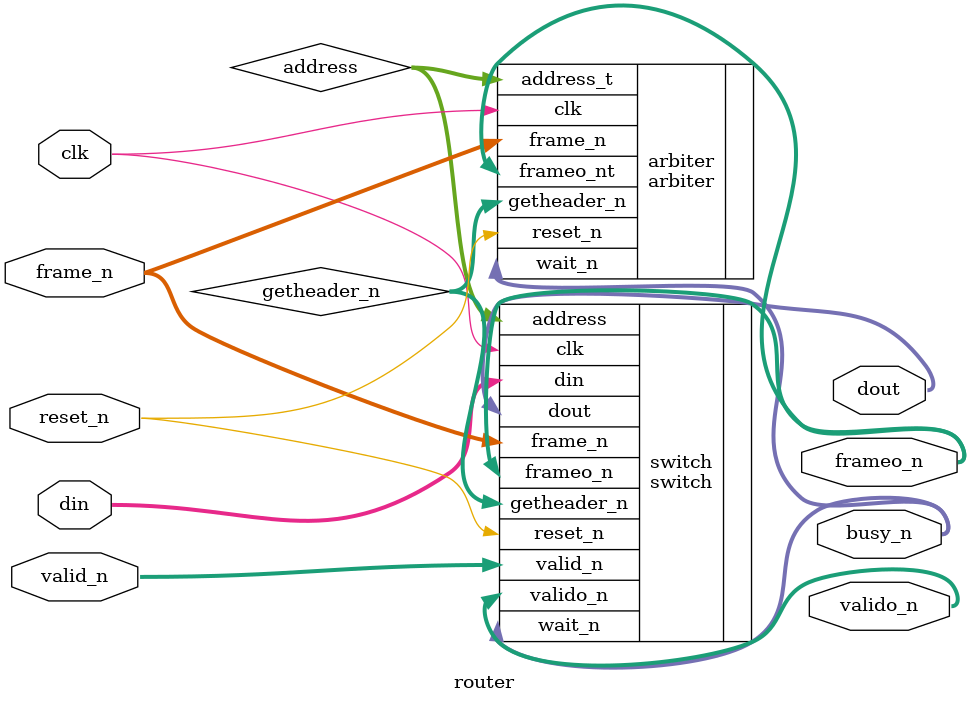
<source format=v>
`timescale 1ns / 1ps


module router(
    input [15:0] din, valid_n, frame_n,
    input reset_n, clk,
    output [15:0] dout, valido_n, frameo_n, busy_n
    );
    wire [15:0] getheader_n;
    wire [63:0] address;
    arbiter arbiter (
        .address_t(address),
        .getheader_n(getheader_n),
        .frame_n(frame_n),
        .frameo_nt(frameo_n),
        .reset_n(reset_n), .clk(clk),
        .wait_n(busy_n)
    ); 
    switch switch (
        .din(din), .valid_n(valid_n), .frame_n(frame_n), .wait_n(busy_n), .frameo_n(frameo_n),
        .reset_n(reset_n), .clk(clk), 
        .dout(dout), .valido_n(valido_n), 
        .address(address),
        .getheader_n(getheader_n)    
    );
endmodule

</source>
